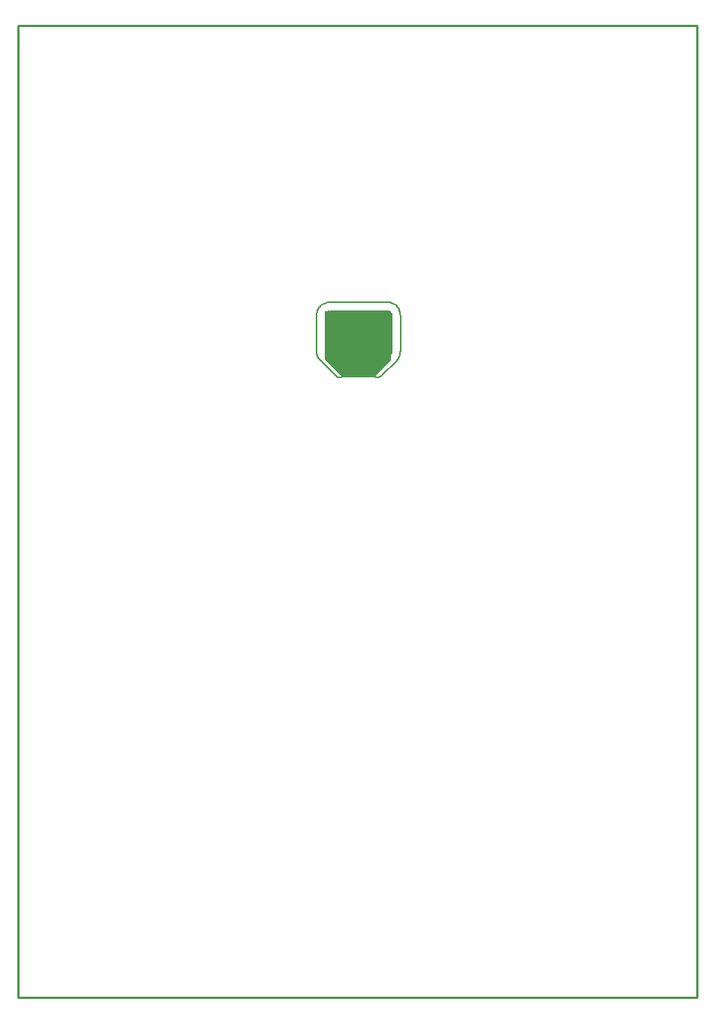
<source format=gko>
%FSTAX23Y23*%
%MOIN*%
%SFA1B1*%

%IPPOS*%
%ADD45C,0.010000*%
%ADD55C,0.005910*%
%LNsbtech_icarusboard_1v0-1*%
%LPD*%
G36*
X01653Y02828D02*
X01575Y02749D01*
X01436Y0275*
X01358Y0283*
Y03044*
X01653*
Y02828*
G37*
G54D45*
X0Y0D02*
X03011D01*
Y04311*
X0D02*
X03011D01*
X0Y0D02*
Y04311D01*
G54D55*
X0Y0D02*
X03011D01*
Y04311*
X0D02*
X03011D01*
X0Y0D02*
Y04311D01*
X01413Y02754D02*
D01*
X01414Y02753*
X01415Y02752*
X01416Y02752*
X01417Y02751*
X01418Y02751*
X01419Y0275*
X0142Y0275*
X01421Y0275*
X01422Y02749*
X01423Y02749*
X01424Y02749*
X01424Y02749*
D01*
X01425Y02749*
X01426Y02749*
X01428Y0275*
X01429Y0275*
X0143Y0275*
X01431Y02751*
X01432Y02751*
X01433Y02752*
X01434Y02753*
X01435Y02753*
X01436Y02754*
X01436Y02754*
X0144Y02758D02*
D01*
X01441Y02759*
X01441Y0276*
X01442Y0276*
X01442Y02761*
X01443Y02762*
X01443Y02763*
X01443Y02764*
X01444Y02764*
X01444Y02765*
X01444Y02766*
X01444Y02767*
X01444Y02767*
Y02769D02*
D01*
X01444Y02771*
X01444Y02772*
X01444Y02773*
X01443Y02774*
X01443Y02776*
X01442Y02777*
X01442Y02778*
X01441Y02779*
X0144Y0278*
X0144Y02781*
X01439Y02782*
X01438Y02783*
X01362Y02867D02*
D01*
X01362Y02865*
X01363Y02864*
X01363Y02863*
X01363Y02861*
X01364Y0286*
X01364Y02859*
X01365Y02857*
X01365Y02856*
X01366Y02855*
X01367Y02854*
X01368Y02853*
X01368Y02853*
X01368Y03038D02*
D01*
X01367Y03037*
X01366Y03036*
X01365Y03035*
X01365Y03034*
X01364Y03033*
X01364Y03032*
X01363Y03031*
X01363Y03029*
X01363Y03028*
X01363Y03027*
X01362Y03025*
Y03025*
X01381Y03044D02*
D01*
X0138Y03044*
X01379Y03044*
X01377Y03043*
X01376Y03043*
X01375Y03043*
X01374Y03042*
X01372Y03042*
X01371Y03041*
X0137Y0304*
X01369Y03039*
X01368Y03039*
X01368Y03038*
X01649Y03038D02*
D01*
X01648Y03039*
X01647Y0304*
X01646Y03041*
X01645Y03042*
X01643Y03042*
X01642Y03043*
X01641Y03043*
X0164Y03043*
X01639Y03044*
X01637Y03044*
X01636Y03044*
X01636Y03044*
X01656Y03026D02*
D01*
X01656Y03027*
X01656Y03028*
X01655Y03029*
X01655Y0303*
X01655Y0303*
X01655Y03031*
X01654Y03032*
X01654Y03033*
X01653Y03034*
X01653Y03034*
X01652Y03035*
X01652Y03035*
X0165Y02853D02*
D01*
X01651Y02854*
X01652Y02855*
X01653Y02856*
X01653Y02858*
X01654Y02859*
X01654Y0286*
X01655Y02861*
X01655Y02862*
X01655Y02864*
X01656Y02865*
X01656Y02866*
X01656Y02867*
X01579Y02783D02*
D01*
X01578Y02782*
X01578Y02781*
X01577Y02779*
X01576Y02778*
X01576Y02777*
X01575Y02776*
X01575Y02775*
X01574Y02773*
X01574Y02772*
X01574Y02771*
X01574Y0277*
X01574Y02769*
D01*
X01574Y02768*
X01574Y02767*
X01574Y02766*
X01574Y02764*
X01575Y02763*
X01575Y02762*
X01576Y02761*
X01576Y0276*
X01577Y02759*
X01578Y02758*
X01579Y02757*
X01579Y02757*
X01583Y02753D02*
D01*
X01584Y02752*
X01584Y02752*
X01585Y02752*
X01585Y02751*
X01586Y02751*
X01586Y02751*
X01587Y0275*
X01587Y0275*
X01588Y0275*
X01589Y0275*
X01589Y0275*
X0159Y0275*
D01*
X01592Y0275*
X01594Y0275*
X01596Y02751*
X01598Y02751*
X01601Y02752*
X01603Y02753*
X01605Y02754*
X01607Y02755*
X01609Y02756*
X0161Y02758*
X01612Y02759*
X01612Y0276*
X01678Y02825D02*
D01*
X0168Y02828*
X01683Y02831*
X01685Y02834*
X01687Y02838*
X01689Y02841*
X01691Y02845*
X01692Y02849*
X01693Y02853*
X01694Y02856*
X01694Y0286*
X01694Y02864*
X01695Y02866*
Y03025D02*
D01*
X01694Y03029*
X01694Y03033*
X01693Y03037*
X01692Y03041*
X01691Y03045*
X0169Y03049*
X01688Y03052*
X01686Y03056*
X01683Y03059*
X01681Y03062*
X01678Y03065*
X01678Y03066*
D01*
X01675Y03069*
X01671Y03072*
X01668Y03074*
X01664Y03076*
X01661Y03078*
X01657Y0308*
X01653Y03081*
X01649Y03082*
X01645Y03083*
X01641Y03083*
X01637Y03084*
X01636Y03084*
X01382D02*
D01*
X01378Y03083*
X01374Y03083*
X0137Y03082*
X01366Y03081*
X01362Y0308*
X01358Y03078*
X01355Y03077*
X01351Y03075*
X01348Y03072*
X01344Y0307*
X01341Y03067*
X01341Y03066*
X01339Y03065D02*
D01*
X01336Y03062*
X01334Y03059*
X01332Y03056*
X0133Y03053*
X01328Y03049*
X01327Y03046*
X01326Y03043*
X01325Y03039*
X01324Y03035*
X01324Y03032*
X01323Y03028*
X01323Y03027*
Y02861D02*
D01*
X01323Y02858*
X01324Y02855*
X01324Y02852*
X01325Y02849*
X01326Y02847*
X01327Y02844*
X01328Y02841*
X0133Y02839*
X01331Y02836*
X01333Y02834*
X01335Y02832*
X01336Y02831*
X01412Y02755D02*
X01413Y02754D01*
X01436Y02754D02*
X0144Y02758D01*
X01444Y02767D02*
Y02769D01*
X01368Y02853D02*
X01438Y02783D01*
X01362Y02867D02*
Y03015D01*
Y03025*
X01382Y03044D02*
X01636D01*
X01649Y03038D02*
X01652Y03035D01*
X01656Y02867D02*
Y03026D01*
X01579Y02783D02*
X0165Y02853D01*
X01579Y02757D02*
X01583Y02753D01*
X01612Y0276D02*
X01678Y02825D01*
X01695Y02866D02*
Y03025D01*
X01382Y03084D02*
X01636D01*
X01339Y03065D02*
X01341Y03066D01*
X01323Y02861D02*
Y03027D01*
X01336Y02831D02*
X01416Y02751D01*
M02*
</source>
